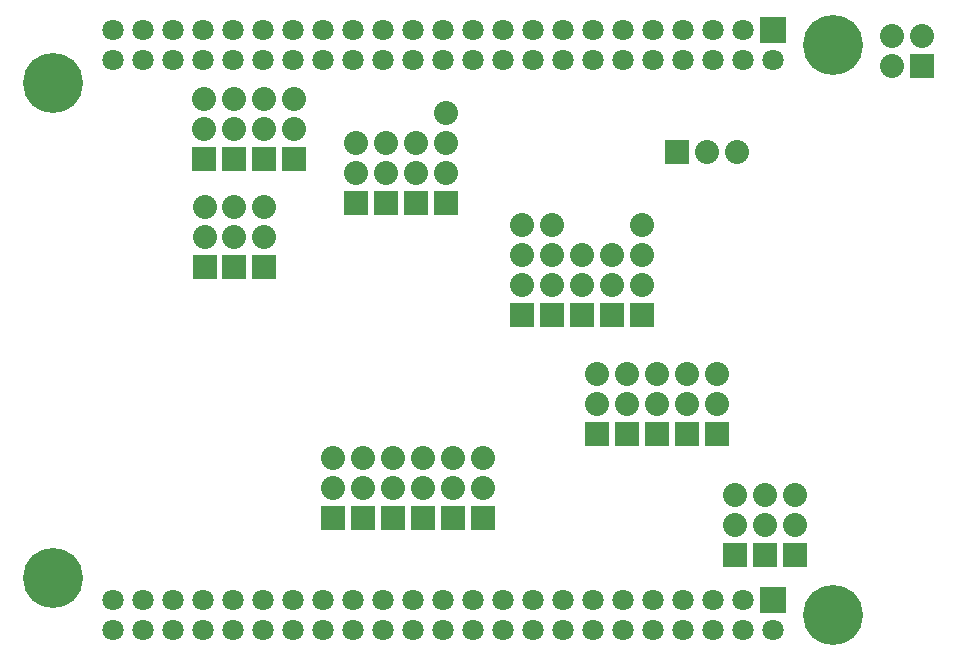
<source format=gbs>
G04 (created by PCBNEW (2013-05-31 BZR 4019)-stable) date 7/13/2014 9:38:05 PM*
%MOIN*%
G04 Gerber Fmt 3.4, Leading zero omitted, Abs format*
%FSLAX34Y34*%
G01*
G70*
G90*
G04 APERTURE LIST*
%ADD10C,0.00590551*%
%ADD11R,0.08X0.08*%
%ADD12C,0.08*%
%ADD13C,0.2*%
%ADD14R,0.085X0.085*%
%ADD15C,0.0712*%
G04 APERTURE END LIST*
G54D10*
G54D11*
X18900Y-10250D03*
G54D12*
X18900Y-9250D03*
X18900Y-8250D03*
X18900Y-7250D03*
G54D11*
X15350Y-6500D03*
G54D12*
X15350Y-5500D03*
X15350Y-4500D03*
X15350Y-3500D03*
G54D11*
X21900Y-10250D03*
G54D12*
X21900Y-9250D03*
X21900Y-8250D03*
X21900Y-7250D03*
G54D11*
X17900Y-10250D03*
G54D12*
X17900Y-9250D03*
X17900Y-8250D03*
X17900Y-7250D03*
G54D11*
X20900Y-10250D03*
G54D12*
X20900Y-9250D03*
X20900Y-8250D03*
G54D11*
X23400Y-14200D03*
G54D12*
X23400Y-13200D03*
X23400Y-12200D03*
G54D11*
X24400Y-14200D03*
G54D12*
X24400Y-13200D03*
X24400Y-12200D03*
G54D11*
X27000Y-18250D03*
G54D12*
X27000Y-17250D03*
X27000Y-16250D03*
G54D11*
X26000Y-18250D03*
G54D12*
X26000Y-17250D03*
X26000Y-16250D03*
G54D11*
X25000Y-18250D03*
G54D12*
X25000Y-17250D03*
X25000Y-16250D03*
G54D11*
X11600Y-17000D03*
G54D12*
X11600Y-16000D03*
X11600Y-15000D03*
G54D11*
X12600Y-17000D03*
G54D12*
X12600Y-16000D03*
X12600Y-15000D03*
G54D11*
X13600Y-17000D03*
G54D12*
X13600Y-16000D03*
X13600Y-15000D03*
G54D11*
X14600Y-17000D03*
G54D12*
X14600Y-16000D03*
X14600Y-15000D03*
G54D11*
X15600Y-17000D03*
G54D12*
X15600Y-16000D03*
X15600Y-15000D03*
G54D11*
X16600Y-17000D03*
G54D12*
X16600Y-16000D03*
X16600Y-15000D03*
G54D11*
X7300Y-5050D03*
G54D12*
X7300Y-4050D03*
X7300Y-3050D03*
G54D11*
X9300Y-5050D03*
G54D12*
X9300Y-4050D03*
X9300Y-3050D03*
G54D11*
X7310Y-8650D03*
G54D12*
X7310Y-7650D03*
X7310Y-6650D03*
G54D11*
X8300Y-8650D03*
G54D12*
X8300Y-7650D03*
X8300Y-6650D03*
G54D11*
X10300Y-5050D03*
G54D12*
X10300Y-4050D03*
X10300Y-3050D03*
G54D11*
X9300Y-8650D03*
G54D12*
X9300Y-7650D03*
X9300Y-6650D03*
G54D11*
X13350Y-6500D03*
G54D12*
X13350Y-5500D03*
X13350Y-4500D03*
G54D11*
X14350Y-6500D03*
G54D12*
X14350Y-5500D03*
X14350Y-4500D03*
G54D11*
X19900Y-10250D03*
G54D12*
X19900Y-9250D03*
X19900Y-8250D03*
G54D11*
X20400Y-14200D03*
G54D12*
X20400Y-13200D03*
X20400Y-12200D03*
G54D11*
X21400Y-14200D03*
G54D12*
X21400Y-13200D03*
X21400Y-12200D03*
G54D11*
X22400Y-14200D03*
G54D12*
X22400Y-13200D03*
X22400Y-12200D03*
G54D11*
X8300Y-5050D03*
G54D12*
X8300Y-4050D03*
X8300Y-3050D03*
G54D11*
X31220Y-1930D03*
G54D12*
X30220Y-1930D03*
X31220Y-930D03*
X30220Y-930D03*
G54D11*
X12350Y-6500D03*
G54D12*
X12350Y-5500D03*
X12350Y-4500D03*
G54D11*
X23050Y-4800D03*
G54D12*
X24050Y-4800D03*
X25050Y-4800D03*
G54D13*
X2250Y-2500D03*
X28250Y-1250D03*
X28250Y-20250D03*
X2250Y-19000D03*
G54D14*
X26250Y-750D03*
G54D15*
X26250Y-1750D03*
X25250Y-750D03*
X25250Y-1750D03*
X24250Y-750D03*
X24250Y-1750D03*
X23250Y-750D03*
X23250Y-1750D03*
X22250Y-750D03*
X22250Y-1750D03*
X21250Y-750D03*
X21250Y-1750D03*
X20250Y-750D03*
X20250Y-1750D03*
X19250Y-750D03*
X19250Y-1750D03*
X18250Y-750D03*
X18250Y-1750D03*
X17250Y-750D03*
X17250Y-1750D03*
X16250Y-750D03*
X16250Y-1750D03*
X15250Y-750D03*
X15250Y-1750D03*
X14250Y-750D03*
X14250Y-1750D03*
X13250Y-750D03*
X13250Y-1750D03*
X12250Y-750D03*
X12250Y-1750D03*
X11250Y-750D03*
X11250Y-1750D03*
X10250Y-750D03*
X10250Y-1750D03*
X9250Y-750D03*
X9250Y-1750D03*
X8250Y-750D03*
X8250Y-1750D03*
X7250Y-750D03*
X7250Y-1750D03*
X6250Y-750D03*
X6250Y-1750D03*
X5250Y-750D03*
X5250Y-1750D03*
X4250Y-750D03*
X4250Y-1750D03*
G54D14*
X26250Y-19750D03*
G54D15*
X26250Y-20750D03*
X25250Y-19750D03*
X25250Y-20750D03*
X24250Y-19750D03*
X24250Y-20750D03*
X23250Y-19750D03*
X23250Y-20750D03*
X22250Y-19750D03*
X22250Y-20750D03*
X21250Y-19750D03*
X21250Y-20750D03*
X20250Y-19750D03*
X20250Y-20750D03*
X19250Y-19750D03*
X19250Y-20750D03*
X18250Y-19750D03*
X18250Y-20750D03*
X17250Y-19750D03*
X17250Y-20750D03*
X16250Y-19750D03*
X16250Y-20750D03*
X15250Y-19750D03*
X15250Y-20750D03*
X14250Y-19750D03*
X14250Y-20750D03*
X13250Y-19750D03*
X13250Y-20750D03*
X12250Y-19750D03*
X12250Y-20750D03*
X11250Y-19750D03*
X11250Y-20750D03*
X10250Y-19750D03*
X10250Y-20750D03*
X9250Y-19750D03*
X9250Y-20750D03*
X8250Y-19750D03*
X8250Y-20750D03*
X7250Y-19750D03*
X7250Y-20750D03*
X6250Y-19750D03*
X6250Y-20750D03*
X5250Y-19750D03*
X5250Y-20750D03*
X4250Y-19750D03*
X4250Y-20750D03*
M02*

</source>
